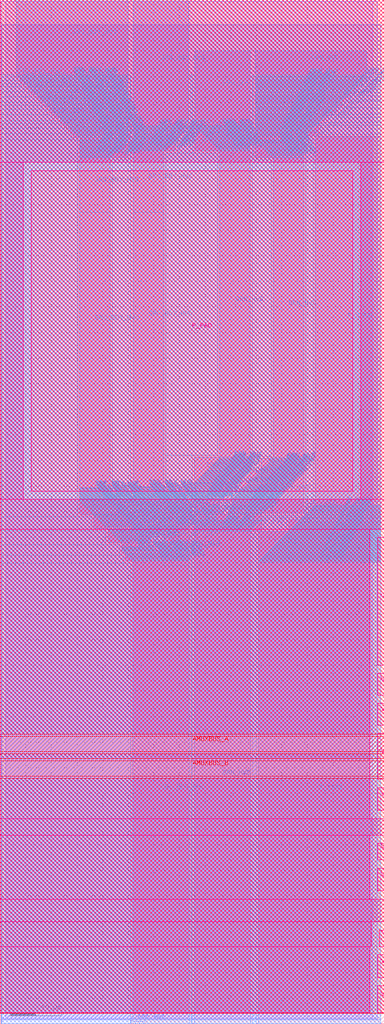
<source format=lef>
# Copyright 2020 The SkyWater PDK Authors
#
# Licensed under the Apache License, Version 2.0 (the "License");
# you may not use this file except in compliance with the License.
# You may obtain a copy of the License at
#
#     https://www.apache.org/licenses/LICENSE-2.0
#
# Unless required by applicable law or agreed to in writing, software
# distributed under the License is distributed on an "AS IS" BASIS,
# WITHOUT WARRANTIES OR CONDITIONS OF ANY KIND, either express or implied.
# See the License for the specific language governing permissions and
# limitations under the License.
#
# SPDX-License-Identifier: Apache-2.0

VERSION 5.7 ;
  NOWIREEXTENSIONATPIN ON ;
  DIVIDERCHAR "/" ;
  BUSBITCHARS "[]" ;
MACRO sky130_fd_io__top_power_hvc_wpad
  CLASS PAD ;
  FOREIGN sky130_fd_io__top_power_hvc_wpad ;
  ORIGIN  0.000000  0.000000 ;
  SIZE  75.00000 BY  200.0000 ;
  SYMMETRY R90 ;
  PIN AMUXBUS_A
    DIRECTION INOUT ;
    USE SIGNAL ;
    PORT
      LAYER met4 ;
        RECT 0.000000 53.125000 75.000000 56.105000 ;
    END
  END AMUXBUS_A
  PIN AMUXBUS_B
    DIRECTION INOUT ;
    USE SIGNAL ;
    PORT
      LAYER met4 ;
        RECT 0.000000 48.365000 75.000000 51.345000 ;
    END
  END AMUXBUS_B
  PIN P_PAD
    DIRECTION INOUT ;
    USE SIGNAL ;
    PORT
      LAYER met5 ;
        RECT 6.100000 104.010000 68.800000 166.625000 ;
    END
  END P_PAD
  PIN DRN_HVC
    DIRECTION INOUT ;
    USE POWER ;
    PORT
      LAYER met3 ;
        RECT 37.890000 0.000000 48.890000 96.150000 ;
    END
    PORT
      LAYER met3 ;
        RECT 37.890000 100.105000 42.840000 100.215000 ;
    END
    PORT
      LAYER met3 ;
        RECT 37.890000 100.215000 42.840000 102.135000 ;
    END
    PORT
      LAYER met3 ;
        RECT 37.890000 102.135000 42.840000 102.285000 ;
    END
    PORT
      LAYER met3 ;
        RECT 37.890000 102.285000 42.990000 102.435000 ;
    END
    PORT
      LAYER met3 ;
        RECT 37.890000 102.435000 43.140000 102.585000 ;
    END
    PORT
      LAYER met3 ;
        RECT 37.890000 102.585000 43.290000 102.735000 ;
    END
    PORT
      LAYER met3 ;
        RECT 37.890000 102.735000 43.440000 102.885000 ;
    END
    PORT
      LAYER met3 ;
        RECT 37.890000 102.885000 43.590000 103.035000 ;
    END
    PORT
      LAYER met3 ;
        RECT 37.890000 103.035000 43.740000 103.185000 ;
    END
    PORT
      LAYER met3 ;
        RECT 37.890000 103.185000 43.890000 103.335000 ;
    END
    PORT
      LAYER met3 ;
        RECT 37.890000 103.335000 44.040000 103.485000 ;
    END
    PORT
      LAYER met3 ;
        RECT 37.890000 103.485000 44.190000 103.635000 ;
    END
    PORT
      LAYER met3 ;
        RECT 37.890000 103.635000 44.340000 103.785000 ;
    END
    PORT
      LAYER met3 ;
        RECT 37.890000 103.785000 44.490000 103.935000 ;
    END
    PORT
      LAYER met3 ;
        RECT 37.890000 103.935000 44.640000 104.085000 ;
    END
    PORT
      LAYER met3 ;
        RECT 37.890000 104.085000 44.790000 104.235000 ;
    END
    PORT
      LAYER met3 ;
        RECT 37.890000 104.385000 45.090000 104.535000 ;
    END
    PORT
      LAYER met3 ;
        RECT 37.890000 104.535000 45.240000 104.685000 ;
    END
    PORT
      LAYER met3 ;
        RECT 37.890000 104.685000 45.390000 104.835000 ;
    END
    PORT
      LAYER met3 ;
        RECT 37.890000 104.835000 45.540000 104.985000 ;
    END
    PORT
      LAYER met3 ;
        RECT 37.890000 104.985000 45.690000 105.135000 ;
    END
    PORT
      LAYER met3 ;
        RECT 37.890000 105.135000 45.840000 105.285000 ;
    END
    PORT
      LAYER met3 ;
        RECT 37.890000 105.285000 45.990000 105.435000 ;
    END
    PORT
      LAYER met3 ;
        RECT 37.890000 105.435000 46.140000 105.585000 ;
    END
    PORT
      LAYER met3 ;
        RECT 37.890000 105.585000 46.290000 105.655000 ;
    END
    PORT
      LAYER met3 ;
        RECT 37.890000 105.655000 42.855000 110.620000 ;
    END
    PORT
      LAYER met3 ;
        RECT 37.890000 96.150000 48.890000 96.300000 ;
    END
    PORT
      LAYER met3 ;
        RECT 37.890000 96.300000 49.040000 96.450000 ;
    END
    PORT
      LAYER met3 ;
        RECT 37.890000 96.450000 49.190000 96.600000 ;
    END
    PORT
      LAYER met3 ;
        RECT 37.890000 96.600000 49.340000 96.750000 ;
    END
    PORT
      LAYER met3 ;
        RECT 37.890000 96.750000 49.490000 96.900000 ;
    END
    PORT
      LAYER met3 ;
        RECT 37.890000 96.900000 49.640000 97.050000 ;
    END
    PORT
      LAYER met3 ;
        RECT 37.890000 97.050000 49.790000 97.200000 ;
    END
    PORT
      LAYER met3 ;
        RECT 37.890000 97.200000 49.940000 97.350000 ;
    END
    PORT
      LAYER met3 ;
        RECT 37.890000 97.350000 50.090000 97.500000 ;
    END
    PORT
      LAYER met3 ;
        RECT 37.890000 97.500000 50.240000 97.650000 ;
    END
    PORT
      LAYER met3 ;
        RECT 37.890000 97.650000 50.390000 97.800000 ;
    END
    PORT
      LAYER met3 ;
        RECT 37.890000 97.800000 50.540000 97.950000 ;
    END
    PORT
      LAYER met3 ;
        RECT 37.890000 97.950000 50.690000 98.100000 ;
    END
    PORT
      LAYER met3 ;
        RECT 37.890000 98.100000 50.840000 98.250000 ;
    END
    PORT
      LAYER met3 ;
        RECT 37.890000 98.300000 51.040000 99.505000 ;
    END
    PORT
      LAYER met3 ;
        RECT 37.890000 99.505000 43.400000 99.655000 ;
    END
    PORT
      LAYER met3 ;
        RECT 37.890000 99.655000 43.250000 99.805000 ;
    END
    PORT
      LAYER met3 ;
        RECT 37.890000 99.805000 43.100000 99.955000 ;
    END
    PORT
      LAYER met3 ;
        RECT 37.965000 170.460000 42.855000 175.350000 ;
    END
    PORT
      LAYER met3 ;
        RECT 37.965000 175.350000 48.855000 190.020000 ;
    END
    PORT
      LAYER met3 ;
        RECT 38.040000 105.655000 46.360000 105.805000 ;
    END
    PORT
      LAYER met3 ;
        RECT 38.055000 175.260000 48.855000 175.350000 ;
    END
    PORT
      LAYER met3 ;
        RECT 38.190000 105.805000 46.510000 105.955000 ;
    END
    PORT
      LAYER met3 ;
        RECT 38.205000 175.110000 48.855000 175.260000 ;
    END
    PORT
      LAYER met3 ;
        RECT 38.355000 174.960000 48.855000 175.110000 ;
    END
    PORT
      LAYER met3 ;
        RECT 38.490000 106.105000 46.810000 106.255000 ;
    END
    PORT
      LAYER met3 ;
        RECT 38.505000 174.810000 48.855000 174.960000 ;
    END
    PORT
      LAYER met3 ;
        RECT 38.640000 106.255000 46.960000 106.405000 ;
    END
    PORT
      LAYER met3 ;
        RECT 38.655000 174.660000 48.855000 174.810000 ;
    END
    PORT
      LAYER met3 ;
        RECT 38.790000 106.405000 47.110000 106.555000 ;
    END
    PORT
      LAYER met3 ;
        RECT 38.805000 174.510000 48.855000 174.660000 ;
    END
    PORT
      LAYER met3 ;
        RECT 38.940000 106.555000 47.260000 106.705000 ;
    END
    PORT
      LAYER met3 ;
        RECT 38.955000 174.360000 48.855000 174.510000 ;
    END
    PORT
      LAYER met3 ;
        RECT 39.090000 106.705000 47.410000 106.855000 ;
    END
    PORT
      LAYER met3 ;
        RECT 39.105000 174.210000 48.855000 174.360000 ;
    END
    PORT
      LAYER met3 ;
        RECT 39.240000 106.855000 47.560000 107.005000 ;
    END
    PORT
      LAYER met3 ;
        RECT 39.255000 174.060000 48.855000 174.210000 ;
    END
    PORT
      LAYER met3 ;
        RECT 39.390000 107.005000 47.710000 107.155000 ;
    END
    PORT
      LAYER met3 ;
        RECT 39.405000 173.910000 48.855000 174.060000 ;
    END
    PORT
      LAYER met3 ;
        RECT 39.540000 107.155000 47.860000 107.305000 ;
    END
    PORT
      LAYER met3 ;
        RECT 39.555000 173.760000 48.855000 173.910000 ;
    END
    PORT
      LAYER met3 ;
        RECT 39.690000 107.305000 48.010000 107.455000 ;
    END
    PORT
      LAYER met3 ;
        RECT 39.705000 173.610000 48.855000 173.760000 ;
    END
    PORT
      LAYER met3 ;
        RECT 39.840000 107.455000 48.160000 107.605000 ;
    END
    PORT
      LAYER met3 ;
        RECT 39.855000 173.460000 48.855000 173.610000 ;
    END
    PORT
      LAYER met3 ;
        RECT 39.990000 107.605000 48.310000 107.755000 ;
    END
    PORT
      LAYER met3 ;
        RECT 40.005000 173.310000 48.855000 173.460000 ;
    END
    PORT
      LAYER met3 ;
        RECT 40.140000 107.755000 48.460000 107.905000 ;
    END
    PORT
      LAYER met3 ;
        RECT 40.155000 173.160000 48.855000 173.310000 ;
    END
    PORT
      LAYER met3 ;
        RECT 40.290000 107.905000 48.610000 108.055000 ;
    END
    PORT
      LAYER met3 ;
        RECT 40.305000 173.010000 48.855000 173.160000 ;
    END
    PORT
      LAYER met3 ;
        RECT 40.455000 172.860000 48.855000 173.010000 ;
    END
    PORT
      LAYER met3 ;
        RECT 40.535000 108.150000 48.855000 108.300000 ;
    END
    PORT
      LAYER met3 ;
        RECT 40.605000 172.710000 48.855000 172.860000 ;
    END
    PORT
      LAYER met3 ;
        RECT 40.685000 108.300000 48.855000 108.450000 ;
    END
    PORT
      LAYER met3 ;
        RECT 40.755000 172.560000 48.855000 172.710000 ;
    END
    PORT
      LAYER met3 ;
        RECT 40.835000 108.450000 48.855000 108.600000 ;
    END
    PORT
      LAYER met3 ;
        RECT 40.905000 172.410000 48.855000 172.560000 ;
    END
    PORT
      LAYER met3 ;
        RECT 40.985000 108.600000 48.855000 108.750000 ;
    END
    PORT
      LAYER met3 ;
        RECT 41.055000 172.260000 48.855000 172.410000 ;
    END
    PORT
      LAYER met3 ;
        RECT 41.135000 108.750000 48.855000 108.900000 ;
    END
    PORT
      LAYER met3 ;
        RECT 41.205000 172.110000 48.855000 172.260000 ;
    END
    PORT
      LAYER met3 ;
        RECT 41.285000 108.900000 48.855000 109.050000 ;
    END
    PORT
      LAYER met3 ;
        RECT 41.355000 171.960000 48.855000 172.110000 ;
    END
    PORT
      LAYER met3 ;
        RECT 41.435000 109.050000 48.855000 109.200000 ;
    END
    PORT
      LAYER met3 ;
        RECT 41.505000 171.810000 48.855000 171.960000 ;
    END
    PORT
      LAYER met3 ;
        RECT 41.585000 109.200000 48.855000 109.350000 ;
    END
    PORT
      LAYER met3 ;
        RECT 41.655000 171.660000 48.855000 171.810000 ;
    END
    PORT
      LAYER met3 ;
        RECT 41.735000 109.350000 48.855000 109.500000 ;
    END
    PORT
      LAYER met3 ;
        RECT 41.805000 171.510000 48.855000 171.660000 ;
    END
    PORT
      LAYER met3 ;
        RECT 41.885000 109.500000 48.855000 109.650000 ;
    END
    PORT
      LAYER met3 ;
        RECT 41.955000 171.360000 48.855000 171.510000 ;
    END
    PORT
      LAYER met3 ;
        RECT 42.035000 109.650000 48.855000 109.800000 ;
    END
    PORT
      LAYER met3 ;
        RECT 42.105000 171.210000 48.855000 171.360000 ;
    END
    PORT
      LAYER met3 ;
        RECT 42.185000 109.800000 48.855000 109.950000 ;
    END
    PORT
      LAYER met3 ;
        RECT 42.255000 171.060000 48.855000 171.210000 ;
    END
    PORT
      LAYER met3 ;
        RECT 42.335000 109.950000 48.855000 110.100000 ;
    END
    PORT
      LAYER met3 ;
        RECT 42.405000 170.910000 48.855000 171.060000 ;
    END
    PORT
      LAYER met3 ;
        RECT 42.485000 110.100000 48.855000 110.250000 ;
    END
    PORT
      LAYER met3 ;
        RECT 42.555000 170.760000 48.855000 170.910000 ;
    END
    PORT
      LAYER met3 ;
        RECT 42.635000 110.250000 48.855000 110.400000 ;
    END
    PORT
      LAYER met3 ;
        RECT 42.840000 102.135000 45.090000 104.385000 ;
    END
    PORT
      LAYER met3 ;
        RECT 42.840000 99.505000 43.550000 100.215000 ;
    END
    PORT
      LAYER met3 ;
        RECT 42.855000 108.150000 48.855000 110.620000 ;
    END
    PORT
      LAYER met3 ;
        RECT 42.855000 110.620000 48.855000 170.460000 ;
    END
    PORT
      LAYER met3 ;
        RECT 42.855000 170.460000 48.855000 170.610000 ;
    END
    PORT
      LAYER met3 ;
        RECT 44.550000 99.505000 45.260000 100.215000 ;
    END
    PORT
      LAYER met3 ;
        RECT 44.655000 99.505000 51.040000 99.610000 ;
    END
    PORT
      LAYER met3 ;
        RECT 44.760000 99.610000 51.040000 99.715000 ;
    END
    PORT
      LAYER met3 ;
        RECT 44.910000 99.715000 51.040000 99.865000 ;
    END
    PORT
      LAYER met3 ;
        RECT 45.060000 99.865000 51.190000 100.015000 ;
    END
    PORT
      LAYER met3 ;
        RECT 45.090000 104.385000 46.715000 106.010000 ;
    END
    PORT
      LAYER met3 ;
        RECT 45.260000 100.165000 51.490000 100.215000 ;
    END
    PORT
      LAYER met3 ;
        RECT 45.260000 100.215000 51.540000 100.365000 ;
    END
    PORT
      LAYER met3 ;
        RECT 45.260000 100.365000 51.690000 100.515000 ;
    END
    PORT
      LAYER met3 ;
        RECT 45.260000 100.515000 51.840000 100.665000 ;
    END
    PORT
      LAYER met3 ;
        RECT 45.260000 100.665000 51.990000 100.815000 ;
    END
    PORT
      LAYER met3 ;
        RECT 45.260000 100.815000 52.140000 100.965000 ;
    END
    PORT
      LAYER met3 ;
        RECT 45.260000 100.965000 52.290000 101.115000 ;
    END
    PORT
      LAYER met3 ;
        RECT 45.260000 101.115000 52.440000 101.265000 ;
    END
    PORT
      LAYER met3 ;
        RECT 45.260000 101.265000 52.590000 101.415000 ;
    END
    PORT
      LAYER met3 ;
        RECT 45.260000 101.415000 52.740000 101.565000 ;
    END
    PORT
      LAYER met3 ;
        RECT 45.260000 101.565000 52.890000 101.715000 ;
    END
    PORT
      LAYER met3 ;
        RECT 45.260000 101.715000 53.040000 101.865000 ;
    END
    PORT
      LAYER met3 ;
        RECT 45.260000 101.865000 53.190000 102.015000 ;
    END
    PORT
      LAYER met3 ;
        RECT 45.260000 102.015000 53.340000 102.165000 ;
    END
    PORT
      LAYER met3 ;
        RECT 45.260000 102.165000 53.490000 102.315000 ;
    END
    PORT
      LAYER met3 ;
        RECT 45.260000 102.315000 53.640000 102.415000 ;
    END
    PORT
      LAYER met3 ;
        RECT 45.260000 102.415000 46.970000 104.125000 ;
    END
    PORT
      LAYER met3 ;
        RECT 45.410000 102.415000 53.740000 102.565000 ;
    END
    PORT
      LAYER met3 ;
        RECT 45.560000 102.565000 53.890000 102.715000 ;
    END
    PORT
      LAYER met3 ;
        RECT 45.710000 102.715000 54.040000 102.865000 ;
    END
    PORT
      LAYER met3 ;
        RECT 45.860000 102.865000 54.190000 103.015000 ;
    END
    PORT
      LAYER met3 ;
        RECT 46.010000 103.015000 54.340000 103.165000 ;
    END
    PORT
      LAYER met3 ;
        RECT 46.160000 103.165000 54.490000 103.315000 ;
    END
    PORT
      LAYER met3 ;
        RECT 46.310000 103.315000 54.640000 103.465000 ;
    END
    PORT
      LAYER met3 ;
        RECT 46.460000 103.465000 54.790000 103.615000 ;
    END
    PORT
      LAYER met3 ;
        RECT 46.610000 103.615000 54.940000 103.765000 ;
    END
    PORT
      LAYER met3 ;
        RECT 46.715000 106.010000 48.855000 108.150000 ;
    END
    PORT
      LAYER met3 ;
        RECT 46.760000 103.765000 55.090000 103.915000 ;
    END
    PORT
      LAYER met3 ;
        RECT 46.970000 104.125000 48.855000 106.010000 ;
    END
    PORT
      LAYER met3 ;
        RECT 47.060000 104.065000 55.390000 104.215000 ;
    END
    PORT
      LAYER met3 ;
        RECT 47.210000 104.215000 55.540000 104.365000 ;
    END
    PORT
      LAYER met3 ;
        RECT 47.360000 104.365000 55.690000 104.515000 ;
    END
    PORT
      LAYER met3 ;
        RECT 47.510000 104.515000 55.840000 104.665000 ;
    END
    PORT
      LAYER met3 ;
        RECT 47.660000 104.665000 55.990000 104.815000 ;
    END
    PORT
      LAYER met3 ;
        RECT 47.810000 104.815000 56.140000 104.965000 ;
    END
    PORT
      LAYER met3 ;
        RECT 47.960000 104.965000 56.290000 105.115000 ;
    END
    PORT
      LAYER met3 ;
        RECT 48.110000 105.115000 56.440000 105.265000 ;
    END
    PORT
      LAYER met3 ;
        RECT 48.260000 105.265000 56.590000 105.415000 ;
    END
    PORT
      LAYER met3 ;
        RECT 48.410000 105.415000 56.740000 105.565000 ;
    END
    PORT
      LAYER met3 ;
        RECT 48.560000 105.565000 56.890000 105.715000 ;
    END
    PORT
      LAYER met3 ;
        RECT 48.855000 106.010000 50.995000 108.150000 ;
    END
    PORT
      LAYER met3 ;
        RECT 48.860000 105.865000 57.190000 106.015000 ;
    END
    PORT
      LAYER met3 ;
        RECT 48.890000 96.150000 51.040000 98.300000 ;
    END
    PORT
      LAYER met3 ;
        RECT 49.010000 106.015000 57.340000 106.165000 ;
    END
    PORT
      LAYER met3 ;
        RECT 49.160000 106.165000 57.490000 106.315000 ;
    END
    PORT
      LAYER met3 ;
        RECT 49.310000 106.315000 57.640000 106.465000 ;
    END
    PORT
      LAYER met3 ;
        RECT 49.460000 106.465000 57.790000 106.615000 ;
    END
    PORT
      LAYER met3 ;
        RECT 49.610000 106.615000 57.940000 106.765000 ;
    END
    PORT
      LAYER met3 ;
        RECT 49.760000 106.765000 58.090000 106.915000 ;
    END
    PORT
      LAYER met3 ;
        RECT 49.775000 169.135000 53.285000 172.645000 ;
    END
    PORT
      LAYER met3 ;
        RECT 49.775000 172.645000 59.285000 173.020000 ;
    END
    PORT
      LAYER met3 ;
        RECT 49.775000 172.645000 59.285000 173.320000 ;
    END
    PORT
      LAYER met3 ;
        RECT 49.775000 173.320000 59.585000 173.470000 ;
    END
    PORT
      LAYER met3 ;
        RECT 49.775000 173.470000 59.735000 173.620000 ;
    END
    PORT
      LAYER met3 ;
        RECT 49.775000 173.620000 59.885000 173.770000 ;
    END
    PORT
      LAYER met3 ;
        RECT 49.775000 173.770000 60.035000 173.920000 ;
    END
    PORT
      LAYER met3 ;
        RECT 49.775000 173.920000 60.185000 174.070000 ;
    END
    PORT
      LAYER met3 ;
        RECT 49.775000 174.070000 60.335000 174.220000 ;
    END
    PORT
      LAYER met3 ;
        RECT 49.775000 174.220000 60.485000 174.370000 ;
    END
    PORT
      LAYER met3 ;
        RECT 49.775000 174.370000 60.635000 174.520000 ;
    END
    PORT
      LAYER met3 ;
        RECT 49.775000 174.520000 60.785000 174.670000 ;
    END
    PORT
      LAYER met3 ;
        RECT 49.775000 174.670000 60.935000 174.820000 ;
    END
    PORT
      LAYER met3 ;
        RECT 49.775000 174.820000 61.085000 174.970000 ;
    END
    PORT
      LAYER met3 ;
        RECT 49.775000 174.970000 61.235000 175.120000 ;
    END
    PORT
      LAYER met3 ;
        RECT 49.775000 175.120000 61.385000 175.270000 ;
    END
    PORT
      LAYER met3 ;
        RECT 49.775000 175.270000 61.535000 175.420000 ;
    END
    PORT
      LAYER met3 ;
        RECT 49.775000 175.420000 61.685000 175.570000 ;
    END
    PORT
      LAYER met3 ;
        RECT 49.775000 175.570000 61.835000 175.720000 ;
    END
    PORT
      LAYER met3 ;
        RECT 49.775000 175.720000 61.985000 175.870000 ;
    END
    PORT
      LAYER met3 ;
        RECT 49.775000 176.020000 62.285000 176.170000 ;
    END
    PORT
      LAYER met3 ;
        RECT 49.775000 176.170000 62.435000 176.320000 ;
    END
    PORT
      LAYER met3 ;
        RECT 49.775000 176.470000 62.735000 176.620000 ;
    END
    PORT
      LAYER met3 ;
        RECT 49.775000 176.620000 62.885000 176.770000 ;
    END
    PORT
      LAYER met3 ;
        RECT 49.775000 176.770000 63.035000 176.920000 ;
    END
    PORT
      LAYER met3 ;
        RECT 49.775000 176.920000 63.185000 177.070000 ;
    END
    PORT
      LAYER met3 ;
        RECT 49.775000 177.070000 63.335000 177.220000 ;
    END
    PORT
      LAYER met3 ;
        RECT 49.775000 177.370000 63.635000 177.520000 ;
    END
    PORT
      LAYER met3 ;
        RECT 49.775000 177.520000 63.785000 177.670000 ;
    END
    PORT
      LAYER met3 ;
        RECT 49.775000 177.670000 63.935000 177.820000 ;
    END
    PORT
      LAYER met3 ;
        RECT 49.775000 177.820000 64.085000 177.970000 ;
    END
    PORT
      LAYER met3 ;
        RECT 49.775000 178.120000 64.385000 178.270000 ;
    END
    PORT
      LAYER met3 ;
        RECT 49.775000 178.270000 64.535000 178.420000 ;
    END
    PORT
      LAYER met3 ;
        RECT 49.775000 178.420000 64.685000 178.570000 ;
    END
    PORT
      LAYER met3 ;
        RECT 49.775000 178.570000 64.835000 178.720000 ;
    END
    PORT
      LAYER met3 ;
        RECT 49.775000 178.720000 64.985000 178.870000 ;
    END
    PORT
      LAYER met3 ;
        RECT 49.775000 178.870000 65.135000 179.020000 ;
    END
    PORT
      LAYER met3 ;
        RECT 49.775000 179.020000 65.285000 179.170000 ;
    END
    PORT
      LAYER met3 ;
        RECT 49.775000 179.170000 65.435000 179.320000 ;
    END
    PORT
      LAYER met3 ;
        RECT 49.775000 179.470000 65.735000 179.620000 ;
    END
    PORT
      LAYER met3 ;
        RECT 49.775000 179.620000 65.885000 179.770000 ;
    END
    PORT
      LAYER met3 ;
        RECT 49.775000 179.770000 66.035000 179.920000 ;
    END
    PORT
      LAYER met3 ;
        RECT 49.775000 179.920000 66.185000 180.070000 ;
    END
    PORT
      LAYER met3 ;
        RECT 49.775000 180.070000 66.335000 180.220000 ;
    END
    PORT
      LAYER met3 ;
        RECT 49.775000 180.220000 66.485000 180.370000 ;
    END
    PORT
      LAYER met3 ;
        RECT 49.775000 180.370000 66.635000 180.520000 ;
    END
    PORT
      LAYER met3 ;
        RECT 49.775000 180.670000 66.935000 180.820000 ;
    END
    PORT
      LAYER met3 ;
        RECT 49.775000 180.970000 67.235000 181.120000 ;
    END
    PORT
      LAYER met3 ;
        RECT 49.775000 181.120000 67.385000 181.270000 ;
    END
    PORT
      LAYER met3 ;
        RECT 49.775000 181.270000 67.535000 181.420000 ;
    END
    PORT
      LAYER met3 ;
        RECT 49.775000 181.420000 67.685000 181.570000 ;
    END
    PORT
      LAYER met3 ;
        RECT 49.775000 181.720000 67.985000 181.870000 ;
    END
    PORT
      LAYER met3 ;
        RECT 49.775000 181.870000 68.135000 182.020000 ;
    END
    PORT
      LAYER met3 ;
        RECT 49.775000 182.020000 68.285000 182.170000 ;
    END
    PORT
      LAYER met3 ;
        RECT 49.775000 182.320000 68.585000 182.470000 ;
    END
    PORT
      LAYER met3 ;
        RECT 49.775000 182.470000 68.735000 182.620000 ;
    END
    PORT
      LAYER met3 ;
        RECT 49.775000 182.620000 68.885000 182.770000 ;
    END
    PORT
      LAYER met3 ;
        RECT 49.775000 182.920000 69.185000 183.070000 ;
    END
    PORT
      LAYER met3 ;
        RECT 49.775000 183.070000 69.335000 183.220000 ;
    END
    PORT
      LAYER met3 ;
        RECT 49.775000 183.220000 69.485000 183.370000 ;
    END
    PORT
      LAYER met3 ;
        RECT 49.775000 183.520000 69.785000 183.670000 ;
    END
    PORT
      LAYER met3 ;
        RECT 49.775000 183.670000 69.935000 183.820000 ;
    END
    PORT
      LAYER met3 ;
        RECT 49.775000 183.820000 70.085000 183.970000 ;
    END
    PORT
      LAYER met3 ;
        RECT 49.775000 184.120000 70.385000 184.270000 ;
    END
    PORT
      LAYER met3 ;
        RECT 49.775000 184.270000 70.535000 184.420000 ;
    END
    PORT
      LAYER met3 ;
        RECT 49.775000 184.420000 70.685000 184.570000 ;
    END
    PORT
      LAYER met3 ;
        RECT 49.775000 184.720000 70.985000 184.870000 ;
    END
    PORT
      LAYER met3 ;
        RECT 49.775000 184.870000 71.135000 185.020000 ;
    END
    PORT
      LAYER met3 ;
        RECT 49.775000 185.020000 71.285000 185.170000 ;
    END
    PORT
      LAYER met3 ;
        RECT 49.775000 185.360000 71.625000 190.040000 ;
    END
    PORT
      LAYER met3 ;
        RECT 49.835000 172.585000 59.285000 172.645000 ;
    END
    PORT
      LAYER met3 ;
        RECT 49.910000 106.915000 58.240000 107.065000 ;
    END
    PORT
      LAYER met3 ;
        RECT 49.985000 172.435000 59.285000 172.585000 ;
    END
    PORT
      LAYER met3 ;
        RECT 50.060000 107.065000 58.390000 107.215000 ;
    END
    PORT
      LAYER met3 ;
        RECT 50.135000 172.285000 59.285000 172.435000 ;
    END
    PORT
      LAYER met3 ;
        RECT 50.210000 107.215000 58.540000 107.365000 ;
    END
    PORT
      LAYER met3 ;
        RECT 50.285000 172.135000 59.285000 172.285000 ;
    END
    PORT
      LAYER met3 ;
        RECT 50.360000 107.365000 58.690000 107.515000 ;
    END
    PORT
      LAYER met3 ;
        RECT 50.435000 171.985000 59.285000 172.135000 ;
    END
    PORT
      LAYER met3 ;
        RECT 50.510000 107.515000 58.840000 107.665000 ;
    END
    PORT
      LAYER met3 ;
        RECT 50.585000 171.835000 59.285000 171.985000 ;
    END
    PORT
      LAYER met3 ;
        RECT 50.660000 107.665000 58.990000 107.815000 ;
    END
    PORT
      LAYER met3 ;
        RECT 50.735000 171.685000 59.285000 171.835000 ;
    END
    PORT
      LAYER met3 ;
        RECT 50.885000 171.535000 59.285000 171.685000 ;
    END
    PORT
      LAYER met3 ;
        RECT 50.995000 108.150000 53.285000 110.440000 ;
    END
    PORT
      LAYER met3 ;
        RECT 51.035000 171.385000 59.285000 171.535000 ;
    END
    PORT
      LAYER met3 ;
        RECT 51.040000 99.715000 59.285000 107.960000 ;
    END
    PORT
      LAYER met3 ;
        RECT 51.105000 108.110000 59.285000 108.260000 ;
    END
    PORT
      LAYER met3 ;
        RECT 51.185000 171.235000 59.285000 171.385000 ;
    END
    PORT
      LAYER met3 ;
        RECT 51.255000 108.260000 59.285000 108.410000 ;
    END
    PORT
      LAYER met3 ;
        RECT 51.335000 171.085000 59.285000 171.235000 ;
    END
    PORT
      LAYER met3 ;
        RECT 51.405000 108.410000 59.285000 108.560000 ;
    END
    PORT
      LAYER met3 ;
        RECT 51.485000 170.935000 59.285000 171.085000 ;
    END
    PORT
      LAYER met3 ;
        RECT 51.555000 108.560000 59.285000 108.710000 ;
    END
    PORT
      LAYER met3 ;
        RECT 51.635000 170.785000 59.285000 170.935000 ;
    END
    PORT
      LAYER met3 ;
        RECT 51.705000 108.710000 59.285000 108.860000 ;
    END
    PORT
      LAYER met3 ;
        RECT 51.785000 170.635000 59.285000 170.785000 ;
    END
    PORT
      LAYER met3 ;
        RECT 51.855000 108.860000 59.285000 109.010000 ;
    END
    PORT
      LAYER met3 ;
        RECT 51.935000 170.485000 59.285000 170.635000 ;
    END
    PORT
      LAYER met3 ;
        RECT 52.005000 109.010000 59.285000 109.160000 ;
    END
    PORT
      LAYER met3 ;
        RECT 52.085000 170.335000 59.285000 170.485000 ;
    END
    PORT
      LAYER met3 ;
        RECT 52.155000 109.160000 59.285000 109.310000 ;
    END
    PORT
      LAYER met3 ;
        RECT 52.235000 170.185000 59.285000 170.335000 ;
    END
    PORT
      LAYER met3 ;
        RECT 52.305000 109.310000 59.285000 109.460000 ;
    END
    PORT
      LAYER met3 ;
        RECT 52.385000 170.035000 59.285000 170.185000 ;
    END
    PORT
      LAYER met3 ;
        RECT 52.455000 109.460000 59.285000 109.610000 ;
    END
    PORT
      LAYER met3 ;
        RECT 52.535000 169.885000 59.285000 170.035000 ;
    END
    PORT
      LAYER met3 ;
        RECT 52.605000 109.610000 59.285000 109.760000 ;
    END
    PORT
      LAYER met3 ;
        RECT 52.685000 169.735000 59.285000 169.885000 ;
    END
    PORT
      LAYER met3 ;
        RECT 52.755000 109.760000 59.285000 109.910000 ;
    END
    PORT
      LAYER met3 ;
        RECT 52.835000 169.585000 59.285000 169.735000 ;
    END
    PORT
      LAYER met3 ;
        RECT 52.905000 109.910000 59.285000 110.060000 ;
    END
    PORT
      LAYER met3 ;
        RECT 52.985000 169.435000 59.285000 169.585000 ;
    END
    PORT
      LAYER met3 ;
        RECT 53.055000 110.060000 59.285000 110.210000 ;
    END
    PORT
      LAYER met3 ;
        RECT 53.285000 107.960000 59.285000 110.440000 ;
    END
    PORT
      LAYER met3 ;
        RECT 53.285000 110.440000 59.285000 169.135000 ;
    END
    PORT
      LAYER met3 ;
        RECT 53.285000 169.135000 59.285000 169.285000 ;
    END
    PORT
      LAYER met3 ;
        RECT 59.285000 173.020000 59.585000 173.320000 ;
    END
    PORT
      LAYER met3 ;
        RECT 59.585000 173.320000 62.165000 175.900000 ;
    END
    PORT
      LAYER met3 ;
        RECT 62.165000 175.900000 62.700000 176.435000 ;
    END
    PORT
      LAYER met3 ;
        RECT 62.700000 176.435000 63.625000 177.360000 ;
    END
    PORT
      LAYER met3 ;
        RECT 63.625000 177.360000 64.315000 178.050000 ;
    END
    PORT
      LAYER met3 ;
        RECT 64.315000 178.050000 65.605000 179.340000 ;
    END
    PORT
      LAYER met3 ;
        RECT 65.605000 179.340000 66.805000 180.540000 ;
    END
    PORT
      LAYER met3 ;
        RECT 66.805000 180.540000 67.180000 180.915000 ;
    END
    PORT
      LAYER met3 ;
        RECT 67.180000 180.915000 67.915000 181.650000 ;
    END
    PORT
      LAYER met3 ;
        RECT 67.915000 181.650000 68.585000 182.320000 ;
    END
    PORT
      LAYER met3 ;
        RECT 68.585000 182.320000 69.095000 182.830000 ;
    END
    PORT
      LAYER met3 ;
        RECT 69.095000 182.830000 69.655000 183.390000 ;
    END
    PORT
      LAYER met3 ;
        RECT 69.655000 183.390000 70.285000 184.020000 ;
    END
    PORT
      LAYER met3 ;
        RECT 70.285000 184.020000 70.900000 184.635000 ;
    END
    PORT
      LAYER met3 ;
        RECT 70.900000 184.635000 71.535000 185.270000 ;
    END
    PORT
      LAYER met3 ;
        RECT 71.535000 185.270000 71.625000 185.360000 ;
    END
  END DRN_HVC
  PIN OGC_HVC
    DIRECTION INOUT ;
    USE POWER ;
    PORT
      LAYER met2 ;
        RECT 25.895000 0.000000 27.895000 0.535000 ;
    END
  END OGC_HVC
  PIN P_CORE
    DIRECTION INOUT ;
    USE POWER ;
    PORT
      LAYER met3 ;
        RECT 50.390000 0.000000 74.290000 90.185000 ;
    END
    PORT
      LAYER met3 ;
        RECT 50.390000 90.185000 56.355000 96.150000 ;
    END
    PORT
      LAYER met3 ;
        RECT 50.540000 90.185000 74.290000 90.335000 ;
    END
    PORT
      LAYER met3 ;
        RECT 50.690000 90.335000 74.290000 90.485000 ;
    END
    PORT
      LAYER met3 ;
        RECT 50.840000 90.485000 74.290000 90.635000 ;
    END
    PORT
      LAYER met3 ;
        RECT 50.990000 90.635000 74.290000 90.785000 ;
    END
    PORT
      LAYER met3 ;
        RECT 51.140000 90.785000 74.290000 90.935000 ;
    END
    PORT
      LAYER met3 ;
        RECT 51.290000 90.935000 74.290000 91.085000 ;
    END
    PORT
      LAYER met3 ;
        RECT 51.440000 91.085000 74.290000 91.235000 ;
    END
    PORT
      LAYER met3 ;
        RECT 51.590000 91.235000 74.290000 91.385000 ;
    END
    PORT
      LAYER met3 ;
        RECT 51.740000 91.385000 74.290000 91.535000 ;
    END
    PORT
      LAYER met3 ;
        RECT 51.890000 91.535000 74.290000 91.685000 ;
    END
    PORT
      LAYER met3 ;
        RECT 52.040000 91.685000 74.290000 91.835000 ;
    END
    PORT
      LAYER met3 ;
        RECT 52.190000 91.835000 74.290000 91.985000 ;
    END
    PORT
      LAYER met3 ;
        RECT 52.340000 91.985000 74.290000 92.135000 ;
    END
    PORT
      LAYER met3 ;
        RECT 52.490000 92.135000 74.290000 92.285000 ;
    END
    PORT
      LAYER met3 ;
        RECT 52.640000 92.285000 74.290000 92.435000 ;
    END
    PORT
      LAYER met3 ;
        RECT 52.790000 92.435000 74.290000 92.585000 ;
    END
    PORT
      LAYER met3 ;
        RECT 52.940000 92.585000 74.290000 92.735000 ;
    END
    PORT
      LAYER met3 ;
        RECT 53.090000 92.735000 74.290000 92.885000 ;
    END
    PORT
      LAYER met3 ;
        RECT 53.240000 92.885000 74.290000 93.035000 ;
    END
    PORT
      LAYER met3 ;
        RECT 53.390000 93.035000 74.290000 93.185000 ;
    END
    PORT
      LAYER met3 ;
        RECT 53.540000 93.185000 74.290000 93.335000 ;
    END
    PORT
      LAYER met3 ;
        RECT 53.690000 93.335000 74.290000 93.485000 ;
    END
    PORT
      LAYER met3 ;
        RECT 53.840000 93.485000 74.290000 93.635000 ;
    END
    PORT
      LAYER met3 ;
        RECT 53.990000 93.635000 74.290000 93.785000 ;
    END
    PORT
      LAYER met3 ;
        RECT 54.140000 93.785000 74.290000 93.935000 ;
    END
    PORT
      LAYER met3 ;
        RECT 54.290000 93.935000 74.290000 94.085000 ;
    END
    PORT
      LAYER met3 ;
        RECT 54.440000 94.085000 74.290000 94.235000 ;
    END
    PORT
      LAYER met3 ;
        RECT 54.590000 94.235000 74.290000 94.385000 ;
    END
    PORT
      LAYER met3 ;
        RECT 54.740000 94.385000 74.290000 94.535000 ;
    END
    PORT
      LAYER met3 ;
        RECT 54.890000 94.535000 74.290000 94.685000 ;
    END
    PORT
      LAYER met3 ;
        RECT 55.040000 94.685000 74.290000 94.835000 ;
    END
    PORT
      LAYER met3 ;
        RECT 55.190000 94.835000 74.290000 94.985000 ;
    END
    PORT
      LAYER met3 ;
        RECT 55.340000 94.985000 74.290000 95.135000 ;
    END
    PORT
      LAYER met3 ;
        RECT 55.490000 95.135000 74.290000 95.285000 ;
    END
    PORT
      LAYER met3 ;
        RECT 55.640000 95.285000 74.290000 95.435000 ;
    END
    PORT
      LAYER met3 ;
        RECT 55.790000 95.435000 74.290000 95.585000 ;
    END
    PORT
      LAYER met3 ;
        RECT 55.940000 95.585000 74.290000 95.735000 ;
    END
    PORT
      LAYER met3 ;
        RECT 56.090000 95.735000 74.290000 95.885000 ;
    END
    PORT
      LAYER met3 ;
        RECT 56.355000 96.150000 58.765000 98.560000 ;
    END
    PORT
      LAYER met3 ;
        RECT 56.390000 96.035000 74.290000 96.185000 ;
    END
    PORT
      LAYER met3 ;
        RECT 56.540000 96.185000 74.290000 96.335000 ;
    END
    PORT
      LAYER met3 ;
        RECT 56.690000 96.335000 74.290000 96.485000 ;
    END
    PORT
      LAYER met3 ;
        RECT 56.840000 96.485000 74.290000 96.635000 ;
    END
    PORT
      LAYER met3 ;
        RECT 56.990000 96.635000 74.290000 96.785000 ;
    END
    PORT
      LAYER met3 ;
        RECT 57.140000 96.785000 74.290000 96.935000 ;
    END
    PORT
      LAYER met3 ;
        RECT 57.290000 96.935000 74.290000 97.085000 ;
    END
    PORT
      LAYER met3 ;
        RECT 57.440000 97.085000 74.290000 97.235000 ;
    END
    PORT
      LAYER met3 ;
        RECT 57.590000 97.235000 74.290000 97.385000 ;
    END
    PORT
      LAYER met3 ;
        RECT 57.740000 97.385000 74.290000 97.535000 ;
    END
    PORT
      LAYER met3 ;
        RECT 57.890000 97.535000 74.290000 97.685000 ;
    END
    PORT
      LAYER met3 ;
        RECT 58.040000 97.685000 74.290000 97.835000 ;
    END
    PORT
      LAYER met3 ;
        RECT 58.190000 97.835000 74.290000 97.985000 ;
    END
    PORT
      LAYER met3 ;
        RECT 58.340000 97.985000 74.290000 98.135000 ;
    END
    PORT
      LAYER met3 ;
        RECT 58.490000 98.135000 74.290000 98.285000 ;
    END
    PORT
      LAYER met3 ;
        RECT 58.765000 98.560000 59.425000 99.220000 ;
    END
    PORT
      LAYER met3 ;
        RECT 58.790000 98.435000 74.290000 98.585000 ;
    END
    PORT
      LAYER met3 ;
        RECT 58.940000 98.585000 74.290000 98.735000 ;
    END
    PORT
      LAYER met3 ;
        RECT 59.090000 98.735000 74.290000 98.885000 ;
    END
    PORT
      LAYER met3 ;
        RECT 59.240000 98.885000 74.290000 99.035000 ;
    END
    PORT
      LAYER met3 ;
        RECT 59.425000 99.220000 60.135000 99.930000 ;
    END
    PORT
      LAYER met3 ;
        RECT 59.540000 99.185000 74.290000 99.335000 ;
    END
    PORT
      LAYER met3 ;
        RECT 59.690000 99.335000 74.290000 99.485000 ;
    END
    PORT
      LAYER met3 ;
        RECT 59.840000 99.485000 74.290000 99.635000 ;
    END
    PORT
      LAYER met3 ;
        RECT 60.135000 99.930000 60.550000 100.345000 ;
    END
    PORT
      LAYER met3 ;
        RECT 60.140000 99.785000 74.290000 99.935000 ;
    END
    PORT
      LAYER met3 ;
        RECT 60.290000 99.935000 74.290000 100.085000 ;
    END
    PORT
      LAYER met3 ;
        RECT 60.550000 100.345000 61.500000 101.295000 ;
    END
    PORT
      LAYER met3 ;
        RECT 60.590000 100.235000 74.290000 100.385000 ;
    END
    PORT
      LAYER met3 ;
        RECT 60.740000 100.385000 74.290000 100.535000 ;
    END
    PORT
      LAYER met3 ;
        RECT 60.890000 100.535000 74.290000 100.685000 ;
    END
    PORT
      LAYER met3 ;
        RECT 61.040000 100.685000 74.290000 100.835000 ;
    END
    PORT
      LAYER met3 ;
        RECT 61.190000 100.835000 74.290000 100.985000 ;
    END
    PORT
      LAYER met3 ;
        RECT 61.340000 100.985000 74.290000 101.135000 ;
    END
    PORT
      LAYER met3 ;
        RECT 61.500000 101.285000 74.290000 101.295000 ;
    END
    PORT
      LAYER met3 ;
        RECT 61.500000 101.295000 74.290000 173.320000 ;
    END
  END P_CORE
  PIN SRC_BDY_HVC
    DIRECTION INOUT ;
    USE GROUND ;
    PORT
      LAYER met3 ;
        RECT 10.100000 178.420000 25.010000 178.570000 ;
    END
    PORT
      LAYER met3 ;
        RECT 10.250000 178.270000 25.010000 178.420000 ;
    END
    PORT
      LAYER met3 ;
        RECT 10.550000 176.810000 11.710000 177.970000 ;
    END
    PORT
      LAYER met3 ;
        RECT 10.550000 177.970000 25.010000 178.120000 ;
    END
    PORT
      LAYER met3 ;
        RECT 10.700000 177.820000 25.010000 177.970000 ;
    END
    PORT
      LAYER met3 ;
        RECT 10.850000 177.670000 25.010000 177.820000 ;
    END
    PORT
      LAYER met3 ;
        RECT 11.000000 177.520000 25.010000 177.670000 ;
    END
    PORT
      LAYER met3 ;
        RECT 11.150000 177.370000 25.010000 177.520000 ;
    END
    PORT
      LAYER met3 ;
        RECT 11.300000 177.220000 25.010000 177.370000 ;
    END
    PORT
      LAYER met3 ;
        RECT 11.450000 177.070000 25.010000 177.220000 ;
    END
    PORT
      LAYER met3 ;
        RECT 11.710000 176.170000 12.350000 176.810000 ;
    END
    PORT
      LAYER met3 ;
        RECT 11.750000 176.770000 25.010000 176.920000 ;
    END
    PORT
      LAYER met3 ;
        RECT 11.900000 176.620000 25.010000 176.770000 ;
    END
    PORT
      LAYER met3 ;
        RECT 12.050000 176.470000 25.010000 176.620000 ;
    END
    PORT
      LAYER met3 ;
        RECT 12.350000 175.270000 13.250000 176.170000 ;
    END
    PORT
      LAYER met3 ;
        RECT 12.350000 176.170000 25.010000 176.320000 ;
    END
    PORT
      LAYER met3 ;
        RECT 12.500000 176.020000 25.010000 176.170000 ;
    END
    PORT
      LAYER met3 ;
        RECT 12.650000 175.870000 25.010000 176.020000 ;
    END
    PORT
      LAYER met3 ;
        RECT 12.800000 175.720000 25.010000 175.870000 ;
    END
    PORT
      LAYER met3 ;
        RECT 12.950000 175.570000 25.010000 175.720000 ;
    END
    PORT
      LAYER met3 ;
        RECT 13.250000 174.220000 14.300000 175.270000 ;
    END
    PORT
      LAYER met3 ;
        RECT 13.250000 175.270000 25.010000 175.420000 ;
    END
    PORT
      LAYER met3 ;
        RECT 13.400000 175.120000 25.010000 175.270000 ;
    END
    PORT
      LAYER met3 ;
        RECT 13.550000 174.970000 25.010000 175.120000 ;
    END
    PORT
      LAYER met3 ;
        RECT 13.700000 174.820000 25.010000 174.970000 ;
    END
    PORT
      LAYER met3 ;
        RECT 13.850000 174.670000 25.010000 174.820000 ;
    END
    PORT
      LAYER met3 ;
        RECT 14.000000 174.520000 25.010000 174.670000 ;
    END
    PORT
      LAYER met3 ;
        RECT 14.300000 173.020000 15.500000 174.220000 ;
    END
    PORT
      LAYER met3 ;
        RECT 14.300000 174.220000 25.010000 174.370000 ;
    END
    PORT
      LAYER met3 ;
        RECT 14.450000 174.070000 25.010000 174.220000 ;
    END
    PORT
      LAYER met3 ;
        RECT 14.600000 173.920000 25.010000 174.070000 ;
    END
    PORT
      LAYER met3 ;
        RECT 14.750000 173.770000 25.010000 173.920000 ;
    END
    PORT
      LAYER met3 ;
        RECT 14.900000 173.620000 25.010000 173.770000 ;
    END
    PORT
      LAYER met3 ;
        RECT 15.050000 173.470000 25.010000 173.620000 ;
    END
    PORT
      LAYER met3 ;
        RECT 15.200000 173.320000 25.010000 173.470000 ;
    END
    PORT
      LAYER met3 ;
        RECT 15.500000 102.200000 23.830000 102.350000 ;
    END
    PORT
      LAYER met3 ;
        RECT 15.500000 102.350000 23.680000 102.500000 ;
    END
    PORT
      LAYER met3 ;
        RECT 15.500000 102.500000 23.530000 102.650000 ;
    END
    PORT
      LAYER met3 ;
        RECT 15.500000 102.650000 23.380000 102.800000 ;
    END
    PORT
      LAYER met3 ;
        RECT 15.500000 102.800000 23.230000 102.950000 ;
    END
    PORT
      LAYER met3 ;
        RECT 15.500000 102.950000 23.080000 103.100000 ;
    END
    PORT
      LAYER met3 ;
        RECT 15.500000 103.100000 22.930000 103.250000 ;
    END
    PORT
      LAYER met3 ;
        RECT 15.500000 103.250000 22.780000 103.400000 ;
    END
    PORT
      LAYER met3 ;
        RECT 15.500000 103.400000 22.630000 103.550000 ;
    END
    PORT
      LAYER met3 ;
        RECT 15.500000 103.550000 22.480000 103.700000 ;
    END
    PORT
      LAYER met3 ;
        RECT 15.500000 103.700000 22.330000 103.850000 ;
    END
    PORT
      LAYER met3 ;
        RECT 15.500000 103.850000 22.180000 104.000000 ;
    END
    PORT
      LAYER met3 ;
        RECT 15.500000 104.000000 22.030000 104.150000 ;
    END
    PORT
      LAYER met3 ;
        RECT 15.500000 104.150000 21.880000 104.300000 ;
    END
    PORT
      LAYER met3 ;
        RECT 15.500000 104.300000 21.730000 104.450000 ;
    END
    PORT
      LAYER met3 ;
        RECT 15.500000 104.450000 21.580000 104.600000 ;
    END
    PORT
      LAYER met3 ;
        RECT 15.500000 104.600000 21.500000 104.680000 ;
    END
    PORT
      LAYER met3 ;
        RECT 15.500000 104.680000 21.500000 169.130000 ;
    END
    PORT
      LAYER met3 ;
        RECT 15.500000 158.470000 21.500000 169.280000 ;
    END
    PORT
      LAYER met3 ;
        RECT 15.500000 169.280000 21.650000 169.430000 ;
    END
    PORT
      LAYER met3 ;
        RECT 15.500000 169.430000 21.800000 169.580000 ;
    END
    PORT
      LAYER met3 ;
        RECT 15.500000 169.580000 21.950000 169.730000 ;
    END
    PORT
      LAYER met3 ;
        RECT 15.500000 169.730000 22.100000 169.880000 ;
    END
    PORT
      LAYER met3 ;
        RECT 15.500000 169.880000 22.250000 170.030000 ;
    END
    PORT
      LAYER met3 ;
        RECT 15.500000 170.030000 22.400000 170.180000 ;
    END
    PORT
      LAYER met3 ;
        RECT 15.500000 170.180000 22.550000 170.330000 ;
    END
    PORT
      LAYER met3 ;
        RECT 15.500000 170.330000 22.700000 170.480000 ;
    END
    PORT
      LAYER met3 ;
        RECT 15.500000 170.480000 22.850000 170.630000 ;
    END
    PORT
      LAYER met3 ;
        RECT 15.500000 170.630000 23.000000 170.780000 ;
    END
    PORT
      LAYER met3 ;
        RECT 15.500000 170.780000 23.150000 170.930000 ;
    END
    PORT
      LAYER met3 ;
        RECT 15.500000 170.930000 23.300000 171.080000 ;
    END
    PORT
      LAYER met3 ;
        RECT 15.500000 171.080000 23.450000 171.230000 ;
    END
    PORT
      LAYER met3 ;
        RECT 15.500000 171.230000 23.600000 171.380000 ;
    END
    PORT
      LAYER met3 ;
        RECT 15.500000 171.380000 23.750000 171.530000 ;
    END
    PORT
      LAYER met3 ;
        RECT 15.500000 171.530000 23.900000 171.680000 ;
    END
    PORT
      LAYER met3 ;
        RECT 15.500000 171.680000 24.050000 171.830000 ;
    END
    PORT
      LAYER met3 ;
        RECT 15.500000 171.830000 24.200000 171.980000 ;
    END
    PORT
      LAYER met3 ;
        RECT 15.500000 171.980000 24.350000 172.130000 ;
    END
    PORT
      LAYER met3 ;
        RECT 15.500000 172.130000 24.500000 172.280000 ;
    END
    PORT
      LAYER met3 ;
        RECT 15.500000 172.280000 24.650000 172.430000 ;
    END
    PORT
      LAYER met3 ;
        RECT 15.500000 172.430000 24.800000 172.580000 ;
    END
    PORT
      LAYER met3 ;
        RECT 15.500000 172.640000 25.010000 173.020000 ;
    END
    PORT
      LAYER met3 ;
        RECT 15.500000 173.020000 25.010000 173.170000 ;
    END
    PORT
      LAYER met3 ;
        RECT 15.500000 99.415000 18.285000 102.200000 ;
    END
    PORT
      LAYER met3 ;
        RECT 15.645000 102.055000 23.980000 102.200000 ;
    END
    PORT
      LAYER met3 ;
        RECT 15.795000 101.905000 24.125000 102.055000 ;
    END
    PORT
      LAYER met3 ;
        RECT 15.945000 101.755000 24.275000 101.905000 ;
    END
    PORT
      LAYER met3 ;
        RECT 16.095000 101.605000 24.425000 101.755000 ;
    END
    PORT
      LAYER met3 ;
        RECT 16.245000 101.455000 24.575000 101.605000 ;
    END
    PORT
      LAYER met3 ;
        RECT 16.395000 101.305000 24.725000 101.455000 ;
    END
    PORT
      LAYER met3 ;
        RECT 16.545000 101.155000 24.875000 101.305000 ;
    END
    PORT
      LAYER met3 ;
        RECT 16.695000 101.005000 25.025000 101.155000 ;
    END
    PORT
      LAYER met3 ;
        RECT 16.845000 100.855000 25.175000 101.005000 ;
    END
    PORT
      LAYER met3 ;
        RECT 16.995000 100.705000 25.325000 100.855000 ;
    END
    PORT
      LAYER met3 ;
        RECT 17.145000 100.555000 25.475000 100.705000 ;
    END
    PORT
      LAYER met3 ;
        RECT 17.295000 100.405000 25.625000 100.555000 ;
    END
    PORT
      LAYER met3 ;
        RECT 17.445000 100.255000 25.775000 100.405000 ;
    END
    PORT
      LAYER met3 ;
        RECT 17.745000 99.955000 26.075000 100.105000 ;
    END
    PORT
      LAYER met3 ;
        RECT 17.895000 99.805000 26.225000 99.955000 ;
    END
    PORT
      LAYER met3 ;
        RECT 18.045000 99.655000 26.375000 99.805000 ;
    END
    PORT
      LAYER met3 ;
        RECT 18.285000 96.655000 21.045000 99.415000 ;
    END
    PORT
      LAYER met3 ;
        RECT 18.345000 99.355000 26.675000 99.505000 ;
    END
    PORT
      LAYER met3 ;
        RECT 18.495000 99.205000 26.825000 99.355000 ;
    END
    PORT
      LAYER met3 ;
        RECT 18.645000 99.055000 26.975000 99.205000 ;
    END
    PORT
      LAYER met3 ;
        RECT 18.795000 98.905000 27.125000 99.055000 ;
    END
    PORT
      LAYER met3 ;
        RECT 18.945000 98.755000 27.275000 98.905000 ;
    END
    PORT
      LAYER met3 ;
        RECT 19.095000 98.605000 27.425000 98.755000 ;
    END
    PORT
      LAYER met3 ;
        RECT 19.245000 98.455000 27.575000 98.605000 ;
    END
    PORT
      LAYER met3 ;
        RECT 19.395000 98.305000 27.725000 98.455000 ;
    END
    PORT
      LAYER met3 ;
        RECT 19.545000 98.155000 27.875000 98.305000 ;
    END
    PORT
      LAYER met3 ;
        RECT 19.845000 97.855000 28.175000 98.005000 ;
    END
    PORT
      LAYER met3 ;
        RECT 19.995000 97.705000 28.325000 97.855000 ;
    END
    PORT
      LAYER met3 ;
        RECT 20.145000 97.555000 28.475000 97.705000 ;
    END
    PORT
      LAYER met3 ;
        RECT 20.295000 97.405000 28.625000 97.555000 ;
    END
    PORT
      LAYER met3 ;
        RECT 20.445000 97.255000 28.775000 97.405000 ;
    END
    PORT
      LAYER met3 ;
        RECT 20.595000 97.105000 28.925000 97.255000 ;
    END
    PORT
      LAYER met3 ;
        RECT 20.745000 96.955000 29.075000 97.105000 ;
    END
    PORT
      LAYER met3 ;
        RECT 21.045000 93.955000 23.745000 96.655000 ;
    END
    PORT
      LAYER met3 ;
        RECT 21.195000 96.505000 29.525000 96.655000 ;
    END
    PORT
      LAYER met3 ;
        RECT 21.345000 96.355000 29.525000 96.505000 ;
    END
    PORT
      LAYER met3 ;
        RECT 21.495000 96.205000 29.525000 96.355000 ;
    END
    PORT
      LAYER met3 ;
        RECT 21.500000 100.250000 25.930000 104.680000 ;
    END
    PORT
      LAYER met3 ;
        RECT 21.500000 169.130000 25.010000 172.640000 ;
    END
    PORT
      LAYER met3 ;
        RECT 21.645000 96.055000 29.525000 96.205000 ;
    END
    PORT
      LAYER met3 ;
        RECT 21.795000 95.905000 29.525000 96.055000 ;
    END
    PORT
      LAYER met3 ;
        RECT 21.945000 95.755000 29.525000 95.905000 ;
    END
    PORT
      LAYER met3 ;
        RECT 22.095000 95.605000 29.525000 95.755000 ;
    END
    PORT
      LAYER met3 ;
        RECT 22.245000 95.455000 29.525000 95.605000 ;
    END
    PORT
      LAYER met3 ;
        RECT 22.395000 95.305000 29.525000 95.455000 ;
    END
    PORT
      LAYER met3 ;
        RECT 22.545000 95.155000 29.525000 95.305000 ;
    END
    PORT
      LAYER met3 ;
        RECT 22.695000 95.005000 29.525000 95.155000 ;
    END
    PORT
      LAYER met3 ;
        RECT 22.845000 94.855000 29.525000 95.005000 ;
    END
    PORT
      LAYER met3 ;
        RECT 22.995000 94.705000 29.525000 94.855000 ;
    END
    PORT
      LAYER met3 ;
        RECT 23.145000 94.555000 29.525000 94.705000 ;
    END
    PORT
      LAYER met3 ;
        RECT 23.295000 94.405000 29.525000 94.555000 ;
    END
    PORT
      LAYER met3 ;
        RECT 23.445000 94.255000 29.525000 94.405000 ;
    END
    PORT
      LAYER met3 ;
        RECT 23.745000 91.890000 24.395000 92.540000 ;
    END
    PORT
      LAYER met3 ;
        RECT 23.745000 92.540000 29.525000 96.655000 ;
    END
    PORT
      LAYER met3 ;
        RECT 23.745000 92.540000 29.935000 92.690000 ;
    END
    PORT
      LAYER met3 ;
        RECT 23.745000 92.690000 29.785000 92.840000 ;
    END
    PORT
      LAYER met3 ;
        RECT 23.745000 92.840000 29.635000 92.990000 ;
    END
    PORT
      LAYER met3 ;
        RECT 23.745000 92.990000 29.525000 93.100000 ;
    END
    PORT
      LAYER met3 ;
        RECT 23.745000 93.100000 29.525000 93.955000 ;
    END
    PORT
      LAYER met3 ;
        RECT 23.820000 92.465000 30.085000 92.540000 ;
    END
    PORT
      LAYER met3 ;
        RECT 23.945000 92.340000 36.895000 92.390000 ;
    END
    PORT
      LAYER met3 ;
        RECT 24.095000 92.190000 36.895000 92.340000 ;
    END
    PORT
      LAYER met3 ;
        RECT 24.395000 90.390000 25.895000 91.890000 ;
    END
    PORT
      LAYER met3 ;
        RECT 24.395000 91.890000 36.895000 92.040000 ;
    END
    PORT
      LAYER met3 ;
        RECT 24.545000 91.740000 36.895000 91.890000 ;
    END
    PORT
      LAYER met3 ;
        RECT 24.695000 91.590000 36.895000 91.740000 ;
    END
    PORT
      LAYER met3 ;
        RECT 24.845000 91.440000 36.895000 91.590000 ;
    END
    PORT
      LAYER met3 ;
        RECT 24.995000 91.290000 36.895000 91.440000 ;
    END
    PORT
      LAYER met3 ;
        RECT 25.145000 91.140000 36.895000 91.290000 ;
    END
    PORT
      LAYER met3 ;
        RECT 25.295000 90.990000 36.895000 91.140000 ;
    END
    PORT
      LAYER met3 ;
        RECT 25.445000 90.840000 36.895000 90.990000 ;
    END
    PORT
      LAYER met3 ;
        RECT 25.595000 90.690000 36.895000 90.840000 ;
    END
    PORT
      LAYER met3 ;
        RECT 25.895000 0.000000 36.895000 90.390000 ;
    END
    PORT
      LAYER met3 ;
        RECT 25.895000 90.390000 36.895000 90.540000 ;
    END
    PORT
      LAYER met3 ;
        RECT 25.930000 100.250000 28.070000 102.390000 ;
    END
    PORT
      LAYER met3 ;
        RECT 25.930000 102.390000 34.250000 102.540000 ;
    END
    PORT
      LAYER met3 ;
        RECT 25.930000 102.540000 34.100000 102.690000 ;
    END
    PORT
      LAYER met3 ;
        RECT 25.930000 102.690000 33.950000 102.840000 ;
    END
    PORT
      LAYER met3 ;
        RECT 25.930000 102.840000 33.800000 102.990000 ;
    END
    PORT
      LAYER met3 ;
        RECT 25.930000 102.990000 33.650000 103.140000 ;
    END
    PORT
      LAYER met3 ;
        RECT 25.930000 103.140000 33.500000 103.290000 ;
    END
    PORT
      LAYER met3 ;
        RECT 25.930000 103.290000 33.350000 103.440000 ;
    END
    PORT
      LAYER met3 ;
        RECT 25.930000 103.440000 33.200000 103.590000 ;
    END
    PORT
      LAYER met3 ;
        RECT 25.930000 103.590000 33.050000 103.740000 ;
    END
    PORT
      LAYER met3 ;
        RECT 25.930000 103.740000 32.900000 103.890000 ;
    END
    PORT
      LAYER met3 ;
        RECT 25.930000 103.890000 32.750000 104.040000 ;
    END
    PORT
      LAYER met3 ;
        RECT 25.930000 104.040000 32.600000 104.190000 ;
    END
    PORT
      LAYER met3 ;
        RECT 25.930000 104.190000 32.450000 104.340000 ;
    END
    PORT
      LAYER met3 ;
        RECT 25.930000 104.340000 32.300000 104.490000 ;
    END
    PORT
      LAYER met3 ;
        RECT 25.930000 104.490000 32.150000 104.640000 ;
    END
    PORT
      LAYER met3 ;
        RECT 25.930000 104.640000 32.000000 104.790000 ;
    END
    PORT
      LAYER met3 ;
        RECT 25.930000 104.790000 31.930000 104.860000 ;
    END
    PORT
      LAYER met3 ;
        RECT 25.930000 104.860000 31.930000 170.460000 ;
    END
    PORT
      LAYER met3 ;
        RECT 25.930000 158.470000 31.930000 170.610000 ;
    END
    PORT
      LAYER met3 ;
        RECT 25.930000 170.610000 32.080000 170.760000 ;
    END
    PORT
      LAYER met3 ;
        RECT 25.930000 170.760000 32.230000 170.910000 ;
    END
    PORT
      LAYER met3 ;
        RECT 25.930000 170.910000 32.380000 171.060000 ;
    END
    PORT
      LAYER met3 ;
        RECT 25.930000 171.060000 32.530000 171.210000 ;
    END
    PORT
      LAYER met3 ;
        RECT 25.930000 171.210000 32.680000 171.360000 ;
    END
    PORT
      LAYER met3 ;
        RECT 25.930000 171.360000 32.830000 171.510000 ;
    END
    PORT
      LAYER met3 ;
        RECT 25.930000 171.510000 32.980000 171.660000 ;
    END
    PORT
      LAYER met3 ;
        RECT 25.930000 171.660000 33.130000 171.810000 ;
    END
    PORT
      LAYER met3 ;
        RECT 25.930000 171.810000 33.280000 171.960000 ;
    END
    PORT
      LAYER met3 ;
        RECT 25.930000 171.960000 33.430000 172.110000 ;
    END
    PORT
      LAYER met3 ;
        RECT 25.930000 172.110000 33.580000 172.260000 ;
    END
    PORT
      LAYER met3 ;
        RECT 25.930000 172.260000 33.730000 172.410000 ;
    END
    PORT
      LAYER met3 ;
        RECT 25.930000 172.410000 33.880000 172.560000 ;
    END
    PORT
      LAYER met3 ;
        RECT 25.930000 172.560000 34.030000 172.710000 ;
    END
    PORT
      LAYER met3 ;
        RECT 25.930000 172.860000 34.330000 173.010000 ;
    END
    PORT
      LAYER met3 ;
        RECT 25.930000 173.010000 34.480000 173.160000 ;
    END
    PORT
      LAYER met3 ;
        RECT 25.930000 173.160000 34.630000 173.310000 ;
    END
    PORT
      LAYER met3 ;
        RECT 25.930000 173.460000 34.930000 173.610000 ;
    END
    PORT
      LAYER met3 ;
        RECT 25.930000 173.610000 35.080000 173.760000 ;
    END
    PORT
      LAYER met3 ;
        RECT 25.930000 173.760000 35.230000 173.910000 ;
    END
    PORT
      LAYER met3 ;
        RECT 25.930000 173.910000 35.380000 174.060000 ;
    END
    PORT
      LAYER met3 ;
        RECT 25.930000 174.210000 35.680000 174.360000 ;
    END
    PORT
      LAYER met3 ;
        RECT 25.930000 174.360000 35.830000 174.510000 ;
    END
    PORT
      LAYER met3 ;
        RECT 25.930000 174.510000 35.980000 174.660000 ;
    END
    PORT
      LAYER met3 ;
        RECT 25.930000 174.810000 36.280000 174.960000 ;
    END
    PORT
      LAYER met3 ;
        RECT 25.930000 174.960000 36.430000 175.110000 ;
    END
    PORT
      LAYER met3 ;
        RECT 25.930000 175.110000 36.580000 175.260000 ;
    END
    PORT
      LAYER met3 ;
        RECT 25.930000 175.350000 36.820000 200.000000 ;
    END
    PORT
      LAYER met3 ;
        RECT 25.930000 98.145000 28.035000 100.250000 ;
    END
    PORT
      LAYER met3 ;
        RECT 26.025000 102.295000 34.400000 102.390000 ;
    END
    PORT
      LAYER met3 ;
        RECT 26.175000 102.145000 34.495000 102.295000 ;
    END
    PORT
      LAYER met3 ;
        RECT 26.325000 101.995000 34.645000 102.145000 ;
    END
    PORT
      LAYER met3 ;
        RECT 26.475000 101.845000 34.795000 101.995000 ;
    END
    PORT
      LAYER met3 ;
        RECT 26.625000 101.695000 34.945000 101.845000 ;
    END
    PORT
      LAYER met3 ;
        RECT 26.775000 101.545000 35.095000 101.695000 ;
    END
    PORT
      LAYER met3 ;
        RECT 26.925000 101.395000 35.245000 101.545000 ;
    END
    PORT
      LAYER met3 ;
        RECT 27.075000 101.245000 35.395000 101.395000 ;
    END
    PORT
      LAYER met3 ;
        RECT 27.225000 101.095000 35.545000 101.245000 ;
    END
    PORT
      LAYER met3 ;
        RECT 27.375000 100.945000 35.695000 101.095000 ;
    END
    PORT
      LAYER met3 ;
        RECT 27.525000 100.795000 35.845000 100.945000 ;
    END
    PORT
      LAYER met3 ;
        RECT 27.675000 100.645000 35.995000 100.795000 ;
    END
    PORT
      LAYER met3 ;
        RECT 27.825000 100.495000 36.145000 100.645000 ;
    END
    PORT
      LAYER met3 ;
        RECT 28.035000 96.655000 29.525000 98.145000 ;
    END
    PORT
      LAYER met3 ;
        RECT 28.070000 98.145000 30.175000 100.250000 ;
    END
    PORT
      LAYER met3 ;
        RECT 28.125000 100.195000 36.445000 100.345000 ;
    END
    PORT
      LAYER met3 ;
        RECT 28.275000 100.045000 36.595000 100.195000 ;
    END
    PORT
      LAYER met3 ;
        RECT 28.495000 99.825000 36.895000 99.895000 ;
    END
    PORT
      LAYER met3 ;
        RECT 28.645000 99.675000 36.895000 99.825000 ;
    END
    PORT
      LAYER met3 ;
        RECT 28.795000 99.525000 36.895000 99.675000 ;
    END
    PORT
      LAYER met3 ;
        RECT 28.945000 99.375000 36.895000 99.525000 ;
    END
    PORT
      LAYER met3 ;
        RECT 29.095000 99.225000 36.895000 99.375000 ;
    END
    PORT
      LAYER met3 ;
        RECT 29.245000 99.075000 36.895000 99.225000 ;
    END
    PORT
      LAYER met3 ;
        RECT 29.395000 98.925000 36.895000 99.075000 ;
    END
    PORT
      LAYER met3 ;
        RECT 29.525000 92.390000 30.235000 93.100000 ;
    END
    PORT
      LAYER met3 ;
        RECT 29.545000 98.775000 36.895000 98.925000 ;
    END
    PORT
      LAYER met3 ;
        RECT 29.695000 98.625000 36.895000 98.775000 ;
    END
    PORT
      LAYER met3 ;
        RECT 29.845000 98.475000 36.895000 98.625000 ;
    END
    PORT
      LAYER met3 ;
        RECT 29.995000 98.325000 36.895000 98.475000 ;
    END
    PORT
      LAYER met3 ;
        RECT 3.160000 184.720000 3.800000 185.360000 ;
    END
    PORT
      LAYER met3 ;
        RECT 3.160000 185.360000 25.010000 200.000000 ;
    END
    PORT
      LAYER met3 ;
        RECT 3.200000 185.320000 25.010000 185.360000 ;
    END
    PORT
      LAYER met3 ;
        RECT 3.350000 185.170000 25.010000 185.320000 ;
    END
    PORT
      LAYER met3 ;
        RECT 3.500000 185.020000 25.010000 185.170000 ;
    END
    PORT
      LAYER met3 ;
        RECT 3.800000 183.970000 4.550000 184.720000 ;
    END
    PORT
      LAYER met3 ;
        RECT 3.800000 184.720000 25.010000 184.870000 ;
    END
    PORT
      LAYER met3 ;
        RECT 3.950000 184.570000 25.010000 184.720000 ;
    END
    PORT
      LAYER met3 ;
        RECT 30.175000 96.375000 31.945000 98.145000 ;
    END
    PORT
      LAYER met3 ;
        RECT 30.295000 98.025000 36.895000 98.175000 ;
    END
    PORT
      LAYER met3 ;
        RECT 30.445000 97.875000 36.895000 98.025000 ;
    END
    PORT
      LAYER met3 ;
        RECT 30.595000 97.725000 36.895000 97.875000 ;
    END
    PORT
      LAYER met3 ;
        RECT 30.745000 97.575000 36.895000 97.725000 ;
    END
    PORT
      LAYER met3 ;
        RECT 30.895000 97.425000 36.895000 97.575000 ;
    END
    PORT
      LAYER met3 ;
        RECT 31.045000 97.275000 36.895000 97.425000 ;
    END
    PORT
      LAYER met3 ;
        RECT 31.195000 97.125000 36.895000 97.275000 ;
    END
    PORT
      LAYER met3 ;
        RECT 31.235000 92.390000 31.945000 93.100000 ;
    END
    PORT
      LAYER met3 ;
        RECT 31.345000 96.975000 36.895000 97.125000 ;
    END
    PORT
      LAYER met3 ;
        RECT 31.385000 92.390000 36.895000 92.540000 ;
    END
    PORT
      LAYER met3 ;
        RECT 31.495000 96.825000 36.895000 96.975000 ;
    END
    PORT
      LAYER met3 ;
        RECT 31.535000 92.540000 36.895000 92.690000 ;
    END
    PORT
      LAYER met3 ;
        RECT 31.645000 96.675000 36.895000 96.825000 ;
    END
    PORT
      LAYER met3 ;
        RECT 31.685000 92.690000 36.895000 92.840000 ;
    END
    PORT
      LAYER met3 ;
        RECT 31.930000 170.460000 34.225000 172.755000 ;
    END
    PORT
      LAYER met3 ;
        RECT 31.930000 99.895000 36.895000 104.860000 ;
    END
    PORT
      LAYER met3 ;
        RECT 31.945000 89.470000 36.895000 99.895000 ;
    END
    PORT
      LAYER met3 ;
        RECT 31.945000 92.990000 36.895000 93.100000 ;
    END
    PORT
      LAYER met3 ;
        RECT 31.945000 93.100000 36.895000 96.375000 ;
    END
    PORT
      LAYER met3 ;
        RECT 34.225000 172.755000 34.875000 173.405000 ;
    END
    PORT
      LAYER met3 ;
        RECT 34.875000 173.405000 35.540000 174.070000 ;
    END
    PORT
      LAYER met3 ;
        RECT 35.540000 174.070000 36.230000 174.760000 ;
    END
    PORT
      LAYER met3 ;
        RECT 36.230000 174.760000 36.820000 175.350000 ;
    END
    PORT
      LAYER met3 ;
        RECT 4.100000 184.420000 25.010000 184.570000 ;
    END
    PORT
      LAYER met3 ;
        RECT 4.250000 184.270000 25.010000 184.420000 ;
    END
    PORT
      LAYER met3 ;
        RECT 4.550000 183.370000 5.150000 183.970000 ;
    END
    PORT
      LAYER met3 ;
        RECT 4.550000 183.970000 25.010000 184.120000 ;
    END
    PORT
      LAYER met3 ;
        RECT 4.700000 183.820000 25.010000 183.970000 ;
    END
    PORT
      LAYER met3 ;
        RECT 4.850000 183.670000 25.010000 183.820000 ;
    END
    PORT
      LAYER met3 ;
        RECT 5.150000 182.470000 6.050000 183.370000 ;
    END
    PORT
      LAYER met3 ;
        RECT 5.150000 183.370000 25.010000 183.520000 ;
    END
    PORT
      LAYER met3 ;
        RECT 5.300000 183.220000 25.010000 183.370000 ;
    END
    PORT
      LAYER met3 ;
        RECT 5.450000 183.070000 25.010000 183.220000 ;
    END
    PORT
      LAYER met3 ;
        RECT 5.600000 182.920000 25.010000 183.070000 ;
    END
    PORT
      LAYER met3 ;
        RECT 5.750000 182.770000 25.010000 182.920000 ;
    END
    PORT
      LAYER met3 ;
        RECT 6.050000 181.420000 7.100000 182.470000 ;
    END
    PORT
      LAYER met3 ;
        RECT 6.050000 182.470000 25.010000 182.620000 ;
    END
    PORT
      LAYER met3 ;
        RECT 6.200000 182.320000 25.010000 182.470000 ;
    END
    PORT
      LAYER met3 ;
        RECT 6.350000 182.170000 25.010000 182.320000 ;
    END
    PORT
      LAYER met3 ;
        RECT 6.500000 182.020000 25.010000 182.170000 ;
    END
    PORT
      LAYER met3 ;
        RECT 6.650000 181.870000 25.010000 182.020000 ;
    END
    PORT
      LAYER met3 ;
        RECT 6.800000 181.720000 25.010000 181.870000 ;
    END
    PORT
      LAYER met3 ;
        RECT 7.100000 180.370000 8.150000 181.420000 ;
    END
    PORT
      LAYER met3 ;
        RECT 7.100000 181.420000 25.010000 181.570000 ;
    END
    PORT
      LAYER met3 ;
        RECT 7.250000 181.270000 25.010000 181.420000 ;
    END
    PORT
      LAYER met3 ;
        RECT 7.400000 181.120000 25.010000 181.270000 ;
    END
    PORT
      LAYER met3 ;
        RECT 7.550000 180.970000 25.010000 181.120000 ;
    END
    PORT
      LAYER met3 ;
        RECT 7.700000 180.820000 25.010000 180.970000 ;
    END
    PORT
      LAYER met3 ;
        RECT 7.850000 180.670000 25.010000 180.820000 ;
    END
    PORT
      LAYER met3 ;
        RECT 8.150000 179.840000 8.680000 180.370000 ;
    END
    PORT
      LAYER met3 ;
        RECT 8.150000 180.370000 25.010000 180.520000 ;
    END
    PORT
      LAYER met3 ;
        RECT 8.300000 180.220000 25.010000 180.370000 ;
    END
    PORT
      LAYER met3 ;
        RECT 8.450000 180.070000 25.010000 180.220000 ;
    END
    PORT
      LAYER met3 ;
        RECT 8.680000 178.990000 9.530000 179.840000 ;
    END
    PORT
      LAYER met3 ;
        RECT 8.750000 179.770000 25.010000 179.920000 ;
    END
    PORT
      LAYER met3 ;
        RECT 8.900000 179.620000 25.010000 179.770000 ;
    END
    PORT
      LAYER met3 ;
        RECT 9.050000 179.470000 25.010000 179.620000 ;
    END
    PORT
      LAYER met3 ;
        RECT 9.200000 179.320000 25.010000 179.470000 ;
    END
    PORT
      LAYER met3 ;
        RECT 9.350000 179.170000 25.010000 179.320000 ;
    END
    PORT
      LAYER met3 ;
        RECT 9.530000 177.970000 10.550000 178.990000 ;
    END
    PORT
      LAYER met3 ;
        RECT 9.650000 178.870000 25.010000 179.020000 ;
    END
    PORT
      LAYER met3 ;
        RECT 9.800000 178.720000 25.010000 178.870000 ;
    END
    PORT
      LAYER met3 ;
        RECT 9.950000 178.570000 25.010000 178.720000 ;
    END
  END SRC_BDY_HVC
  PIN VCCD
    DIRECTION INOUT ;
    USE POWER ;
    PORT
      LAYER met5 ;
        RECT 73.730000 8.985000 75.000000 13.435000 ;
    END
  END VCCD
  PIN VCCHIB
    DIRECTION INOUT ;
    USE POWER ;
    PORT
      LAYER met5 ;
        RECT 73.730000 2.135000 75.000000 7.385000 ;
    END
  END VCCHIB
  PIN VDDA
    DIRECTION INOUT ;
    USE POWER ;
    PORT
      LAYER met5 ;
        RECT 74.035000 15.035000 75.000000 18.285000 ;
    END
  END VDDA
  PIN VDDIO
    DIRECTION INOUT ;
    USE POWER ;
    PORT
      LAYER met5 ;
        RECT 73.730000 70.035000 75.000000 94.985000 ;
    END
  END VDDIO
  PIN VDDIO_Q
    DIRECTION INOUT ;
    USE POWER ;
    PORT
      LAYER met5 ;
        RECT 73.730000 64.185000 75.000000 68.435000 ;
    END
  END VDDIO_Q
  PIN VSSA
    DIRECTION INOUT ;
    USE GROUND ;
    PORT
      LAYER met5 ;
        RECT 73.730000 47.735000 75.000000 56.735000 ;
    END
  END VSSA
  PIN VSSD
    DIRECTION INOUT ;
    USE GROUND ;
    PORT
      LAYER met5 ;
        RECT 73.730000 41.685000 75.000000 46.135000 ;
    END
  END VSSD
  PIN VSSIO
    DIRECTION INOUT ;
    USE GROUND ;
    PORT
      LAYER met5 ;
        RECT 73.730000 25.935000 75.000000 30.385000 ;
    END
  END VSSIO
  PIN VSSIO_Q
    DIRECTION INOUT ;
    USE GROUND ;
    PORT
      LAYER met5 ;
        RECT 73.730000 58.335000 75.000000 62.585000 ;
    END
  END VSSIO_Q
  PIN VSWITCH
    DIRECTION INOUT ;
    USE POWER ;
    PORT
      LAYER met5 ;
        RECT 73.730000 31.985000 75.000000 35.235000 ;
    END
  END VSWITCH
  OBS
    LAYER li1 ;
      RECT 1.070000 1.000000 72.775000 199.695000 ;
    LAYER met1 ;
      RECT 0.185000 0.970000 73.620000 199.725000 ;
    LAYER met2 ;
      RECT  0.265000 0.000000 25.615000   0.815000 ;
      RECT  0.265000 0.815000 74.290000 195.075000 ;
      RECT 28.175000 0.000000 74.290000   0.815000 ;
    LAYER met3 ;
      RECT  0.240000   0.000000 25.495000  89.990000 ;
      RECT  0.240000  89.990000 23.995000  91.490000 ;
      RECT  0.240000  91.490000 23.345000  93.555000 ;
      RECT  0.240000  93.555000 20.645000  96.255000 ;
      RECT  0.240000  96.255000 17.885000  99.015000 ;
      RECT  0.240000  99.015000 15.100000 172.620000 ;
      RECT  0.240000 172.620000 13.900000 173.820000 ;
      RECT  0.240000 173.820000 12.850000 174.870000 ;
      RECT  0.240000 174.870000 11.950000 175.770000 ;
      RECT  0.240000 175.770000 11.310000 176.410000 ;
      RECT  0.240000 176.410000 10.150000 177.570000 ;
      RECT  0.240000 177.570000  9.130000 178.590000 ;
      RECT  0.240000 178.590000  8.280000 179.440000 ;
      RECT  0.240000 179.440000  7.750000 179.970000 ;
      RECT  0.240000 179.970000  6.700000 181.020000 ;
      RECT  0.240000 181.020000  5.650000 182.070000 ;
      RECT  0.240000 182.070000  4.750000 182.970000 ;
      RECT  0.240000 182.970000  4.150000 183.570000 ;
      RECT  0.240000 183.570000  3.400000 184.320000 ;
      RECT  0.240000 184.320000  2.760000 185.360000 ;
      RECT 21.900000 105.080000 25.530000 168.730000 ;
      RECT 25.410000 168.730000 25.530000 185.360000 ;
      RECT 29.925000  93.500000 31.545000  95.975000 ;
      RECT 30.635000  92.790000 30.835000  93.500000 ;
      RECT 32.330000 105.260000 37.490000 111.020000 ;
      RECT 32.330000 111.020000 42.455000 170.060000 ;
      RECT 34.625000 170.060000 37.565000 172.355000 ;
      RECT 35.275000 172.355000 37.565000 173.005000 ;
      RECT 35.940000 173.005000 37.565000 173.670000 ;
      RECT 36.630000 173.670000 37.565000 174.360000 ;
      RECT 37.220000 174.360000 37.565000 185.360000 ;
      RECT 37.295000   0.000000 37.490000 105.260000 ;
      RECT 43.240000 100.615000 44.860000 101.735000 ;
      RECT 43.950000  99.905000 44.150000 100.615000 ;
      RECT 49.255000 108.550000 50.595000 110.840000 ;
      RECT 49.255000 110.840000 52.885000 168.735000 ;
      RECT 49.255000 168.735000 49.375000 185.360000 ;
      RECT 49.290000   0.000000 49.990000  95.750000 ;
      RECT 51.440000  96.550000 55.955000  98.960000 ;
      RECT 51.440000  98.960000 58.365000  99.315000 ;
      RECT 59.685000 100.330000 59.735000 100.745000 ;
      RECT 59.685000 100.745000 60.150000 101.695000 ;
      RECT 59.685000 101.695000 61.100000 172.620000 ;
      RECT 59.985000 172.620000 61.100000 172.920000 ;
      RECT 62.565000 173.720000 74.290000 175.500000 ;
      RECT 63.100000 175.500000 74.290000 176.035000 ;
      RECT 64.025000 176.035000 74.290000 176.960000 ;
      RECT 64.715000 176.960000 74.290000 177.650000 ;
      RECT 66.005000 177.650000 74.290000 178.940000 ;
      RECT 67.205000 178.940000 74.290000 180.140000 ;
      RECT 67.580000 180.140000 74.290000 180.515000 ;
      RECT 68.315000 180.515000 74.290000 181.250000 ;
      RECT 68.985000 181.250000 74.290000 181.920000 ;
      RECT 69.495000 181.920000 74.290000 182.430000 ;
      RECT 70.055000 182.430000 74.290000 182.990000 ;
      RECT 70.685000 182.990000 74.290000 183.620000 ;
      RECT 71.300000 183.620000 74.290000 184.235000 ;
      RECT 71.935000 184.235000 74.290000 184.870000 ;
      RECT 72.025000 184.870000 74.290000 185.360000 ;
    LAYER met4 ;
      RECT 0.000000  2.035000 75.000000  47.965000 ;
      RECT 0.000000 51.745000 75.000000  52.725000 ;
      RECT 0.000000 56.505000 75.000000 200.000000 ;
    LAYER met5 ;
      RECT  0.000000   2.135000 72.130000  15.035000 ;
      RECT  0.000000  15.035000 72.435000  19.885000 ;
      RECT  0.000000  19.885000 75.000000  24.335000 ;
      RECT  0.000000  24.335000 72.130000  36.835000 ;
      RECT  0.000000  36.835000 75.000000  40.085000 ;
      RECT  0.000000  40.085000 72.130000  96.585000 ;
      RECT  0.000000  96.585000 75.000000 102.410000 ;
      RECT  0.000000 102.410000  4.500000 168.225000 ;
      RECT  0.000000 168.225000 75.000000 200.000000 ;
      RECT 70.400000 102.410000 75.000000 168.225000 ;
  END
END sky130_fd_io__top_power_hvc_wpad
END LIBRARY

</source>
